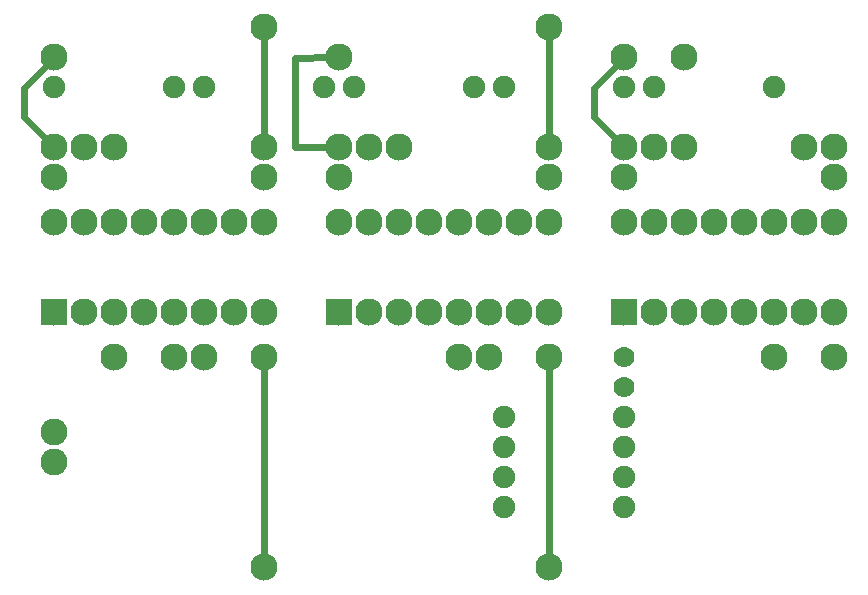
<source format=gtl>
G04 MADE WITH FRITZING*
G04 WWW.FRITZING.ORG*
G04 DOUBLE SIDED*
G04 HOLES PLATED*
G04 CONTOUR ON CENTER OF CONTOUR VECTOR*
%ASAXBY*%
%FSLAX23Y23*%
%MOIN*%
%OFA0B0*%
%SFA1.0B1.0*%
%ADD10C,0.075000*%
%ADD11C,0.070000*%
%ADD12C,0.090551*%
%ADD13C,0.089764*%
%ADD14R,0.090551X0.090551*%
%ADD15C,0.024000*%
%LNCOPPER1*%
G90*
G70*
G54D10*
X283Y1748D03*
X683Y1748D03*
X783Y1748D03*
X1183Y1748D03*
X1283Y1748D03*
X1683Y1748D03*
X1783Y1748D03*
X2183Y1748D03*
X2283Y1748D03*
X2683Y1748D03*
X1783Y348D03*
X2183Y348D03*
X1783Y448D03*
X2183Y448D03*
X1783Y548D03*
X2183Y548D03*
X1783Y648D03*
X2183Y648D03*
G54D11*
X2183Y748D03*
X2183Y848D03*
G54D12*
X2183Y998D03*
X2183Y1298D03*
X2283Y998D03*
X2283Y1298D03*
X2383Y998D03*
X2383Y1298D03*
X2483Y998D03*
X2483Y1298D03*
X2583Y998D03*
X2583Y1298D03*
X2683Y998D03*
X2683Y1298D03*
X2783Y998D03*
X2783Y1298D03*
X2883Y998D03*
X2883Y1298D03*
X1233Y998D03*
X1233Y1298D03*
X1333Y998D03*
X1333Y1298D03*
X1433Y998D03*
X1433Y1298D03*
X1533Y998D03*
X1533Y1298D03*
X1633Y998D03*
X1633Y1298D03*
X1733Y998D03*
X1733Y1298D03*
X1833Y998D03*
X1833Y1298D03*
X1933Y998D03*
X1933Y1298D03*
X283Y998D03*
X283Y1298D03*
X383Y998D03*
X383Y1298D03*
X483Y998D03*
X483Y1298D03*
X583Y998D03*
X583Y1298D03*
X683Y998D03*
X683Y1298D03*
X783Y998D03*
X783Y1298D03*
X883Y998D03*
X883Y1298D03*
X983Y998D03*
X983Y1298D03*
X2783Y1548D03*
X2683Y848D03*
X1633Y848D03*
X1733Y848D03*
X683Y848D03*
X783Y848D03*
X283Y1448D03*
X983Y148D03*
X1933Y148D03*
X1933Y848D03*
X983Y848D03*
X483Y848D03*
X1233Y1848D03*
X283Y1848D03*
X2183Y1848D03*
X1233Y1548D03*
X283Y1548D03*
X2183Y1548D03*
X1933Y1948D03*
X983Y1948D03*
X1933Y1548D03*
X983Y1548D03*
X383Y1548D03*
X483Y1548D03*
X2283Y1548D03*
X2383Y1548D03*
X1333Y1548D03*
X1433Y1548D03*
X1233Y1448D03*
X2883Y1448D03*
X2183Y1448D03*
X1933Y1448D03*
X983Y1448D03*
X2883Y1548D03*
X2883Y848D03*
X2383Y1848D03*
G54D13*
X283Y598D03*
X283Y498D03*
G54D14*
X2183Y998D03*
X1233Y998D03*
X283Y998D03*
G54D15*
X983Y173D02*
X983Y823D01*
D02*
X1933Y173D02*
X1933Y823D01*
D02*
X1933Y1573D02*
X1933Y1923D01*
D02*
X983Y1573D02*
X983Y1923D01*
D02*
X1208Y1548D02*
X1084Y1549D01*
D02*
X266Y1566D02*
X183Y1649D01*
D02*
X2083Y1649D02*
X2083Y1747D01*
D02*
X2083Y1747D02*
X2166Y1830D01*
D02*
X2166Y1566D02*
X2083Y1649D01*
D02*
X183Y1747D02*
X266Y1830D01*
D02*
X183Y1649D02*
X183Y1747D01*
D02*
X1084Y1549D02*
X1084Y1847D01*
D02*
X1084Y1847D02*
X1208Y1848D01*
G04 End of Copper1*
M02*
</source>
